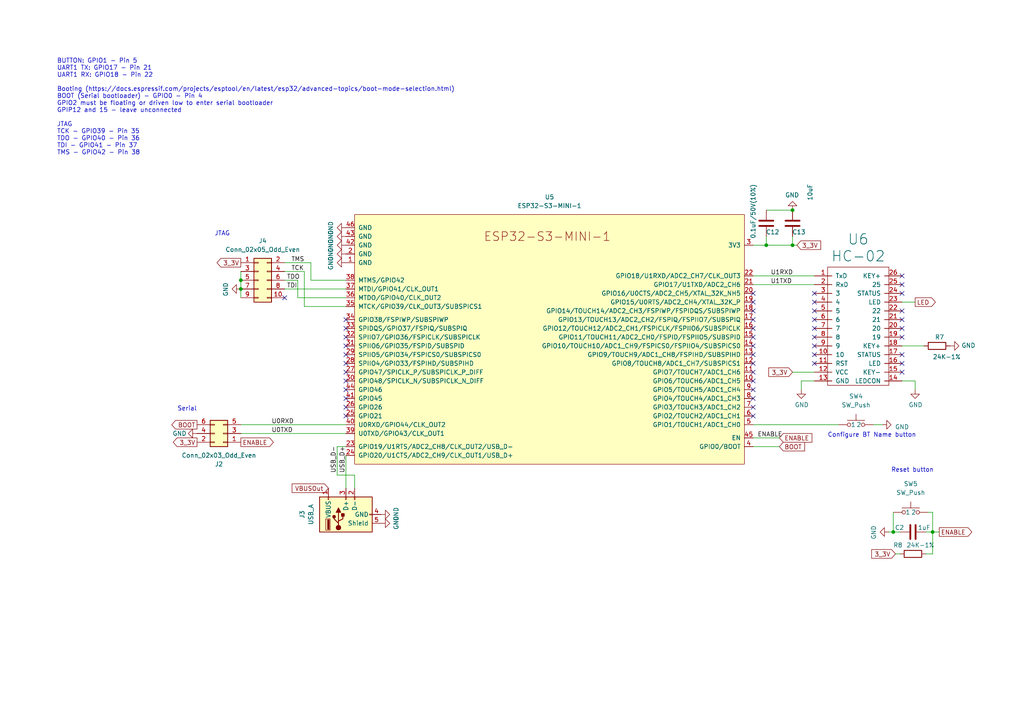
<source format=kicad_sch>
(kicad_sch (version 20211123) (generator eeschema)
  (paper "A4")
  (lib_symbols
    (symbol "Connector:USB_A" (pin_names (offset 1.016))
      (property "Reference" "J" (at -5.08 11.43 0))
      (property "Value" "USB_A" (at -5.08 8.89 0))
      (symbol "USB_A_0_1"
        (rectangle (start -5.08 -7.62) (end 5.08 7.62) (stroke (width 0.254)) (fill (type background)))
        (circle (center -3.81 2.159) (radius 0.635) (stroke (width 0.254)) (fill (type outline)))
        (rectangle (start -1.524 4.826) (end -4.318 5.334) (fill (type outline)))
        (rectangle (start -1.27 4.572) (end -4.572 5.842))
        (circle (center -0.635 3.429) (radius 0.381) (stroke (width 0.254)) (fill (type outline)))
        (rectangle (start -0.127 -7.62) (end 0.127 -6.858))
        (polyline (pts (xy -3.175 2.159) (xy -2.54 2.159) (xy -1.27 3.429) (xy -0.635 3.429)) (stroke (width 0.254)))
        (polyline (pts (xy -2.54 2.159) (xy -1.905 2.159) (xy -1.27 0.889) (xy 0 0.889)) (stroke (width 0.254)))
        (polyline (pts (xy 0.635 2.794) (xy 0.635 1.524) (xy 1.905 2.159) (xy 0.635 2.794)) (stroke (width 0.254)) (fill (type outline)))
        (rectangle (start 0.254 1.27) (end -0.508 0.508) (stroke (width 0.254)) (fill (type outline)))
        (rectangle (start 5.08 -2.667) (end 4.318 -2.413))
        (rectangle (start 5.08 -0.127) (end 4.318 0.127))
        (rectangle (start 5.08 4.953) (end 4.318 5.207))
      )
      (symbol "USB_A_1_1"
        (polyline (pts (xy -1.905 2.159) (xy 0.635 2.159)) (stroke (width 0.254)))
        (pin power_in line (at 7.62 5.08 180) (length 2.54) (name "VBUS") (number "1"))
        (pin bidirectional line (at 7.62 -2.54 180) (length 2.54) (name "D-") (number "2"))
        (pin bidirectional line (at 7.62 0 180) (length 2.54) (name "D+") (number "3"))
        (pin power_in line (at 0 -10.16 90) (length 2.54) (name "GND") (number "4"))
        (pin passive line (at -2.54 -10.16 90) (length 2.54) (name "Shield") (number "5"))
      )
    )
    (symbol "Connector_Generic:Conn_02x03_Odd_Even" (pin_names (offset 1.016) hide)
      (property "Reference" "J" (at 1.27 5.08 0))
      (property "Value" "Conn_02x03_Odd_Even" (at 1.27 -5.08 0))
      (symbol "Conn_02x03_Odd_Even_1_1"
        (rectangle (start -1.27 -2.413) (end 0 -2.667) (stroke (width 0.1524)))
        (rectangle (start -1.27 0.127) (end 0 -0.127) (stroke (width 0.1524)))
        (rectangle (start -1.27 2.667) (end 0 2.413) (stroke (width 0.1524)))
        (rectangle (start -1.27 3.81) (end 3.81 -3.81) (stroke (width 0.254)) (fill (type background)))
        (rectangle (start 3.81 -2.413) (end 2.54 -2.667) (stroke (width 0.1524)))
        (rectangle (start 3.81 0.127) (end 2.54 -0.127) (stroke (width 0.1524)))
        (rectangle (start 3.81 2.667) (end 2.54 2.413) (stroke (width 0.1524)))
        (pin passive line (at -5.08 2.54 0) (length 3.81) (name "Pin_1") (number "1"))
        (pin passive line (at 7.62 2.54 180) (length 3.81) (name "Pin_2") (number "2"))
        (pin passive line (at -5.08 0 0) (length 3.81) (name "Pin_3") (number "3"))
        (pin passive line (at 7.62 0 180) (length 3.81) (name "Pin_4") (number "4"))
        (pin passive line (at -5.08 -2.54 0) (length 3.81) (name "Pin_5") (number "5"))
        (pin passive line (at 7.62 -2.54 180) (length 3.81) (name "Pin_6") (number "6"))
      )
    )
    (symbol "Connector_Generic:Conn_02x05_Odd_Even" (pin_names (offset 1.016) hide)
      (property "Reference" "J" (at 1.27 7.62 0))
      (property "Value" "Conn_02x05_Odd_Even" (at 1.27 -7.62 0))
      (symbol "Conn_02x05_Odd_Even_1_1"
        (rectangle (start -1.27 -4.953) (end 0 -5.207) (stroke (width 0.1524)))
        (rectangle (start -1.27 -2.413) (end 0 -2.667) (stroke (width 0.1524)))
        (rectangle (start -1.27 0.127) (end 0 -0.127) (stroke (width 0.1524)))
        (rectangle (start -1.27 2.667) (end 0 2.413) (stroke (width 0.1524)))
        (rectangle (start -1.27 5.207) (end 0 4.953) (stroke (width 0.1524)))
        (rectangle (start -1.27 6.35) (end 3.81 -6.35) (stroke (width 0.254)) (fill (type background)))
        (rectangle (start 3.81 -4.953) (end 2.54 -5.207) (stroke (width 0.1524)))
        (rectangle (start 3.81 -2.413) (end 2.54 -2.667) (stroke (width 0.1524)))
        (rectangle (start 3.81 0.127) (end 2.54 -0.127) (stroke (width 0.1524)))
        (rectangle (start 3.81 2.667) (end 2.54 2.413) (stroke (width 0.1524)))
        (rectangle (start 3.81 5.207) (end 2.54 4.953) (stroke (width 0.1524)))
        (pin passive line (at -5.08 5.08 0) (length 3.81) (name "Pin_1") (number "1"))
        (pin passive line (at 7.62 -5.08 180) (length 3.81) (name "Pin_10") (number "10"))
        (pin passive line (at 7.62 5.08 180) (length 3.81) (name "Pin_2") (number "2"))
        (pin passive line (at -5.08 2.54 0) (length 3.81) (name "Pin_3") (number "3"))
        (pin passive line (at 7.62 2.54 180) (length 3.81) (name "Pin_4") (number "4"))
        (pin passive line (at -5.08 0 0) (length 3.81) (name "Pin_5") (number "5"))
        (pin passive line (at 7.62 0 180) (length 3.81) (name "Pin_6") (number "6"))
        (pin passive line (at -5.08 -2.54 0) (length 3.81) (name "Pin_7") (number "7"))
        (pin passive line (at 7.62 -2.54 180) (length 3.81) (name "Pin_8") (number "8"))
        (pin passive line (at -5.08 -5.08 0) (length 3.81) (name "Pin_9") (number "9"))
      )
    )
    (symbol "Device:C" (pin_numbers hide) (pin_names (offset 0.254))
      (property "Reference" "C" (at 0.635 2.54 0))
      (property "Value" "C" (at 0.635 -2.54 0))
      (symbol "C_0_1"
        (polyline (pts (xy -2.032 -0.762) (xy 2.032 -0.762)) (stroke (width 0.508)))
        (polyline (pts (xy -2.032 0.762) (xy 2.032 0.762)) (stroke (width 0.508)))
      )
      (symbol "C_1_1"
        (pin passive line (at 0 3.81 270) (length 2.794) (name "~") (number "1"))
        (pin passive line (at 0 -3.81 90) (length 2.794) (name "~") (number "2"))
      )
    )
    (symbol "Device:R" (pin_numbers hide) (pin_names (offset 0))
      (property "Reference" "R" (at 2.032 0 90))
      (property "Value" "R" (at 0 0 90))
      (symbol "R_0_1"
        (rectangle (start -1.016 -2.54) (end 1.016 2.54) (stroke (width 0.254)))
      )
      (symbol "R_1_1"
        (pin passive line (at 0 3.81 270) (length 1.27) (name "~") (number "1"))
        (pin passive line (at 0 -3.81 90) (length 1.27) (name "~") (number "2"))
      )
    )
    (symbol "Espressif:ESP32-S3-MINI-1" (pin_names (offset 1.016))
      (property "Reference" "U" (at 0 35.56 0))
      (property "Value" "ESP32-S3-MINI-1" (at 0 -39.37 0))
      (symbol "ESP32-S3-MINI-1_0_0"
        (rectangle (start -57.15 34.29) (end 55.88 -38.1) (fill (type background)))
        (text "ESP32-S3-MINI-1" (at 0 -31.75 0) (effects (font (size 2.54 2.54))))
        (pin power_in line (at 58.42 -24.13 180) (length 2.54) (name "GND") (number "1"))
        (pin bidirectional line (at -59.69 10.16 0) (length 2.54) (name "GPIO6/TOUCH6/ADC1_CH5") (number "10"))
        (pin bidirectional line (at -59.69 7.62 0) (length 2.54) (name "GPIO7/TOUCH7/ADC1_CH6") (number "11"))
        (pin bidirectional line (at -59.69 5.08 0) (length 2.54) (name "GPIO8/TOUCH8/ADC1_CH7/SUBSPICS1") (number "12"))
        (pin bidirectional line (at -59.69 2.54 0) (length 2.54) (name "GPIO9/TOUCH9/ADC1_CH8/FSPIHD/SUBSPIHD") (number "13"))
        (pin bidirectional line (at -59.69 0 0) (length 2.54) (name "GPIO10/TOUCH10/ADC1_CH9/FSPICS0/FSPIIO4/SUBSPICS0") (number "14"))
        (pin bidirectional line (at -59.69 -2.54 0) (length 2.54) (name "GPIO11/TOUCH11/ADC2_CH0/FSPID/FSPIIO5/SUBSPID") (number "15"))
        (pin bidirectional line (at -59.69 -5.08 0) (length 2.54) (name "GPIO12/TOUCH12/ADC2_CH1/FSPICLK/FSPIIO6/SUBSPICLK") (number "16"))
        (pin bidirectional line (at -59.69 -7.62 0) (length 2.54) (name "GPIO13/TOUCH13/ADC2_CH2/FSPIQ/FSPIIO7/SUBSPIQ") (number "17"))
        (pin bidirectional line (at -59.69 -10.16 0) (length 2.54) (name "GPIO14/TOUCH14/ADC2_CH3/FSPIWP/FSPIDQS/SUBSPIWP") (number "18"))
        (pin bidirectional line (at -59.69 -12.7 0) (length 2.54) (name "GPIO15/U0RTS/ADC2_CH4/XTAL_32K_P") (number "19"))
        (pin power_in line (at 58.42 -26.67 180) (length 2.54) (name "GND") (number "2"))
        (pin bidirectional line (at -59.69 -15.24 0) (length 2.54) (name "GPIO16/U0CTS/ADC2_CH5/XTAL_32K_NH5") (number "20"))
        (pin bidirectional line (at -59.69 -17.78 0) (length 2.54) (name "GPIO17/U1TXD/ADC2_CH6") (number "21"))
        (pin bidirectional line (at -59.69 -20.32 0) (length 2.54) (name "GPIO18/U1RXD/ADC2_CH7/CLK_OUT3") (number "22"))
        (pin bidirectional line (at 58.42 29.21 180) (length 2.54) (name "GPIO19/U1RTS/ADC2_CH8/CLK_OUT2/USB_D-") (number "23"))
        (pin bidirectional line (at 58.42 31.75 180) (length 2.54) (name "GPIO20/U1CTS/ADC2_CH9/CLK_OUT1/USB_D+") (number "24"))
        (pin bidirectional line (at 58.42 20.32 180) (length 2.54) (name "GPIO21") (number "25"))
        (pin bidirectional line (at 58.42 17.78 180) (length 2.54) (name "GPIO26") (number "26"))
        (pin bidirectional line (at 58.42 7.62 180) (length 2.54) (name "GPIO47/SPICLK_P/SUBSPICLK_P_DIFF") (number "27"))
        (pin bidirectional line (at 58.42 5.08 180) (length 2.54) (name "SPIIO4/GPIO33/FSPIHD/SUBSPIHD") (number "28"))
        (pin bidirectional line (at 58.42 2.54 180) (length 2.54) (name "SPIIO5/GPIO34/FSPICS0/SUBSPICS0") (number "29"))
        (pin power_in line (at -59.69 -29.21 0) (length 2.54) (name "3V3") (number "3"))
        (pin bidirectional line (at 58.42 10.16 180) (length 2.54) (name "GPIO48/SPICLK_N/SUBSPICLK_N_DIFF") (number "30"))
        (pin bidirectional line (at 58.42 0 180) (length 2.54) (name "SPIIO6/GPIO35/FSPID/SUBSPID") (number "31"))
        (pin bidirectional line (at 58.42 -2.54 180) (length 2.54) (name "SPIIO7/GPIO36/FSPICLK/SUBSPICLK") (number "32"))
        (pin bidirectional line (at 58.42 -5.08 180) (length 2.54) (name "SPIDQS/GPIO37/FSPIQ/SUBSPIQ") (number "33"))
        (pin bidirectional line (at 58.42 -7.62 180) (length 2.54) (name "GPIO38/FSPIWP/SUBSPIWP") (number "34"))
        (pin bidirectional line (at 58.42 -11.43 180) (length 2.54) (name "MTCK/GPIO39/CLK_OUT3/SUBSPICS1") (number "35"))
        (pin bidirectional line (at 58.42 -13.97 180) (length 2.54) (name "MTDO/GPIO40/CLK_OUT2") (number "36"))
        (pin bidirectional line (at 58.42 -16.51 180) (length 2.54) (name "MTDI/GPIO41/CLK_OUT1") (number "37"))
        (pin bidirectional line (at 58.42 -19.05 180) (length 2.54) (name "MTMS/GPIO42") (number "38"))
        (pin bidirectional line (at 58.42 25.4 180) (length 2.54) (name "U0TXD/GPIO43/CLK_OUT1") (number "39"))
        (pin bidirectional line (at -59.69 29.21 0) (length 2.54) (name "GPIO0/BOOT") (number "4"))
        (pin bidirectional line (at 58.42 22.86 180) (length 2.54) (name "U0RXD/GPIO44/CLK_OUT2") (number "40"))
        (pin bidirectional line (at 58.42 15.24 180) (length 2.54) (name "GPIO45") (number "41"))
        (pin power_in line (at 58.42 -29.21 180) (length 2.54) (name "GND") (number "42"))
        (pin power_in line (at 58.42 -31.75 180) (length 2.54) (name "GND") (number "43"))
        (pin bidirectional line (at 58.42 12.7 180) (length 2.54) (name "GPIO46") (number "44"))
        (pin input line (at -59.69 26.67 0) (length 2.54) (name "EN") (number "45"))
        (pin power_in line (at 58.42 -34.29 180) (length 2.54) (name "GND") (number "46"))
        (pin bidirectional line (at -59.69 22.86 0) (length 2.54) (name "GPIO1/TOUCH1/ADC1_CH0") (number "5"))
        (pin bidirectional line (at -59.69 20.32 0) (length 2.54) (name "GPIO2/TOUCH2/ADC1_CH1") (number "6"))
        (pin bidirectional line (at -59.69 17.78 0) (length 2.54) (name "GPIO3/TOUCH3/ADC1_CH2") (number "7"))
        (pin bidirectional line (at -59.69 15.24 0) (length 2.54) (name "GPIO4/TOUCH4/ADC1_CH3") (number "8"))
        (pin bidirectional line (at -59.69 12.7 0) (length 2.54) (name "GPIO5/TOUCH5/ADC1_CH4") (number "9"))
      )
    )
    (symbol "Switch:SW_Push" (pin_numbers hide) (pin_names (offset 1.016))
      (property "Reference" "SW" (at 1.27 2.54 0))
      (property "Value" "SW_Push" (at 0 -1.524 0))
      (symbol "SW_Push_0_1"
        (circle (center -2.032 0) (radius 0.508))
        (polyline (pts (xy 0 1.27) (xy 0 3.048)))
        (polyline (pts (xy 2.54 1.27) (xy -2.54 1.27)))
        (circle (center 2.032 0) (radius 0.508))
        (pin passive line (at -5.08 0 0) (length 2.54) (name "1") (number "1"))
        (pin passive line (at 5.08 0 180) (length 2.54) (name "2") (number "2"))
      )
    )
    (symbol "WiRoc:HC-02" (pin_names (offset 1.016))
      (property "Reference" "U" (at -20.32 20.32 0))
      (property "Value" "HC-02" (at -15.24 24.13 0))
      (symbol "HC-02_0_1"
        (rectangle (start -8.89 17.78) (end 8.89 -16.51))
      )
      (symbol "HC-02_1_1"
        (pin output line (at -12.7 15.24 0) (length 5.08) (name "TxD") (number "1"))
        (pin input line (at -12.7 -7.62 0) (length 5.08) (name "10") (number "10"))
        (pin input line (at -12.7 -10.16 0) (length 5.08) (name "RST") (number "11"))
        (pin input line (at -12.7 -12.7 0) (length 5.08) (name "VCC") (number "12"))
        (pin input line (at -12.7 -15.24 0) (length 5.08) (name "GND") (number "13"))
        (pin input line (at 12.7 -15.24 180) (length 5.08) (name "LEDCON") (number "14"))
        (pin input line (at 12.7 -12.7 180) (length 5.08) (name "KEY-") (number "15"))
        (pin input line (at 12.7 -10.16 180) (length 5.08) (name "LED") (number "16"))
        (pin input line (at 12.7 -7.62 180) (length 5.08) (name "STATUS") (number "17"))
        (pin input line (at 12.7 -5.08 180) (length 5.08) (name "KEY+") (number "18"))
        (pin input line (at 12.7 -2.54 180) (length 5.08) (name "19") (number "19"))
        (pin input line (at -12.7 12.7 0) (length 5.08) (name "RxD") (number "2"))
        (pin input line (at 12.7 0 180) (length 5.08) (name "20") (number "20"))
        (pin input line (at 12.7 2.54 180) (length 5.08) (name "21") (number "21"))
        (pin input line (at 12.7 5.08 180) (length 5.08) (name "22") (number "22"))
        (pin input line (at 12.7 7.62 180) (length 5.08) (name "LED") (number "23"))
        (pin input line (at 12.7 10.16 180) (length 5.08) (name "STATUS") (number "24"))
        (pin input line (at 12.7 12.7 180) (length 5.08) (name "25") (number "25"))
        (pin input line (at 12.7 15.24 180) (length 5.08) (name "KEY+") (number "26"))
        (pin input line (at -12.7 10.16 0) (length 5.08) (name "3") (number "3"))
        (pin input line (at -12.7 7.62 0) (length 5.08) (name "4") (number "4"))
        (pin input line (at -12.7 5.08 0) (length 5.08) (name "5") (number "5"))
        (pin input line (at -12.7 2.54 0) (length 5.08) (name "6") (number "6"))
        (pin input line (at -12.7 0 0) (length 5.08) (name "7") (number "7"))
        (pin input line (at -12.7 -2.54 0) (length 5.08) (name "8") (number "8"))
        (pin input line (at -12.7 -5.08 0) (length 5.08) (name "9") (number "9"))
      )
    )
    (symbol "power:GND" (power) (pin_names (offset 0))
      (property "Value" "GND" (at 0 -3.81 0))
      (symbol "GND_0_1"
        (polyline (pts (xy 0 0) (xy 0 -1.27) (xy 1.27 -1.27) (xy 0 -2.54) (xy -1.27 -1.27) (xy 0 -1.27)))
      )
      (symbol "GND_1_1"
        (pin power_in line (at 0 0 270) (length 0) hide (name "GND") (number "1"))
      )
    )
  )
  (junction (at 229.87 71.12))
  (junction (at 270.51 154.305))
  (junction (at 222.25 71.12))
  (junction (at 69.85 81.28))
  (junction (at 259.08 154.305))
  (junction (at 69.85 83.82))
  (junction (at 229.87 60.96))
  (no_connect (at 261.62 80.01))
  (no_connect (at 261.62 82.55))
  (no_connect (at 236.22 85.09))
  (no_connect (at 236.22 95.25))
  (no_connect (at 218.44 85.09))
  (no_connect (at 218.44 87.63))
  (no_connect (at 218.44 102.87))
  (no_connect (at 218.44 105.41))
  (no_connect (at 218.44 90.17))
  (no_connect (at 218.44 92.71))
  (no_connect (at 218.44 100.33))
  (no_connect (at 218.44 97.79))
  (no_connect (at 218.44 95.25))
  (no_connect (at 236.22 102.87))
  (no_connect (at 261.62 95.25))
  (no_connect (at 100.33 120.65))
  (no_connect (at 100.33 118.11))
  (no_connect (at 218.44 107.95))
  (no_connect (at 218.44 120.65))
  (no_connect (at 218.44 110.49))
  (no_connect (at 218.44 118.11))
  (no_connect (at 218.44 115.57))
  (no_connect (at 218.44 113.03))
  (no_connect (at 100.33 95.25))
  (no_connect (at 100.33 92.71))
  (no_connect (at 100.33 100.33))
  (no_connect (at 100.33 97.79))
  (no_connect (at 261.62 97.79))
  (no_connect (at 82.55 86.36))
  (no_connect (at 236.22 100.33))
  (no_connect (at 261.62 92.71))
  (no_connect (at 261.62 85.09))
  (no_connect (at 236.22 87.63))
  (no_connect (at 261.62 105.41))
  (no_connect (at 236.22 97.79))
  (no_connect (at 261.62 107.95))
  (no_connect (at 236.22 90.17))
  (no_connect (at 236.22 105.41))
  (no_connect (at 100.33 110.49))
  (no_connect (at 100.33 102.87))
  (no_connect (at 100.33 105.41))
  (no_connect (at 100.33 107.95))
  (no_connect (at 236.22 92.71))
  (no_connect (at 100.33 113.03))
  (no_connect (at 100.33 115.57))
  (no_connect (at 261.62 90.17))
  (no_connect (at 261.62 102.87))
  (wire (pts (xy 253.365 123.19) (xy 255.905 123.19)))
  (wire (pts (xy 259.715 160.655) (xy 260.985 160.655)))
  (wire (pts (xy 269.24 148.59) (xy 270.51 148.59)))
  (wire (pts (xy 86.36 81.28) (xy 82.55 81.28)))
  (wire (pts (xy 268.605 160.655) (xy 270.51 160.655)))
  (wire (pts (xy 261.62 100.33) (xy 267.97 100.33)))
  (wire (pts (xy 270.51 148.59) (xy 270.51 154.305)))
  (wire (pts (xy 265.43 110.49) (xy 265.43 113.03)))
  (wire (pts (xy 229.87 60.96) (xy 222.25 60.96)))
  (wire (pts (xy 222.25 71.12) (xy 218.44 71.12)))
  (wire (pts (xy 231.14 71.12) (xy 229.87 71.12)))
  (wire (pts (xy 82.55 83.82) (xy 100.33 83.82)))
  (wire (pts (xy 232.41 110.49) (xy 232.41 113.03)))
  (wire (pts (xy 90.17 81.28) (xy 100.33 81.28)))
  (wire (pts (xy 229.87 71.12) (xy 222.25 71.12)))
  (wire (pts (xy 100.33 141.605) (xy 100.33 132.08)))
  (wire (pts (xy 86.36 86.36) (xy 86.36 81.28)))
  (wire (pts (xy 218.44 129.54) (xy 226.06 129.54)))
  (wire (pts (xy 90.17 76.2) (xy 90.17 81.28)))
  (wire (pts (xy 102.87 137.795) (xy 97.79 137.795)))
  (wire (pts (xy 218.44 82.55) (xy 236.22 82.55)))
  (wire (pts (xy 261.62 110.49) (xy 265.43 110.49)))
  (wire (pts (xy 229.87 71.12) (xy 229.87 68.58)))
  (wire (pts (xy 100.33 86.36) (xy 86.36 86.36)))
  (wire (pts (xy 97.79 129.54) (xy 97.79 137.795)))
  (wire (pts (xy 229.87 107.95) (xy 236.22 107.95)))
  (wire (pts (xy 88.265 88.9) (xy 100.33 88.9)))
  (wire (pts (xy 270.51 154.305) (xy 270.51 160.655)))
  (wire (pts (xy 236.22 110.49) (xy 232.41 110.49)))
  (wire (pts (xy 69.85 78.74) (xy 69.85 81.28)))
  (wire (pts (xy 102.87 141.605) (xy 102.87 137.795)))
  (wire (pts (xy 268.605 154.305) (xy 270.51 154.305)))
  (wire (pts (xy 218.44 127) (xy 226.06 127)))
  (wire (pts (xy 69.85 81.28) (xy 69.85 83.82)))
  (wire (pts (xy 82.55 76.2) (xy 90.17 76.2)))
  (wire (pts (xy 88.265 88.9) (xy 88.265 78.74)))
  (wire (pts (xy 257.81 154.305) (xy 259.08 154.305)))
  (wire (pts (xy 69.85 123.19) (xy 100.33 123.19)))
  (wire (pts (xy 82.55 78.74) (xy 88.265 78.74)))
  (wire (pts (xy 222.25 71.12) (xy 222.25 68.58)))
  (wire (pts (xy 259.08 148.59) (xy 259.08 154.305)))
  (wire (pts (xy 69.85 83.82) (xy 69.85 86.36)))
  (wire (pts (xy 261.62 87.63) (xy 265.43 87.63)))
  (wire (pts (xy 218.44 80.01) (xy 236.22 80.01)))
  (wire (pts (xy 100.33 129.54) (xy 97.79 129.54)))
  (wire (pts (xy 218.44 123.19) (xy 243.205 123.19)))
  (wire (pts (xy 259.08 154.305) (xy 260.985 154.305)))
  (wire (pts (xy 270.51 154.305) (xy 272.415 154.305)))
  (wire (pts (xy 100.33 125.73) (xy 69.85 125.73)))
  (text "Reset button" (at 258.445 137.16 0) (effects (font (size 1.27 1.27)) (justify left bottom)))
  (text "JTAG" (at 62.23 68.58 0) (effects (font (size 1.27 1.27)) (justify left bottom)))
  (text "BUTTON: GPIO1 - Pin 5\nUART1 TX: GPIO17 - Pin 21\nUART1 RX: GPIO18 - Pin 22\n\nBooting (https://docs.espressif.com/projects/esptool/en/latest/esp32/advanced-topics/boot-mode-selection.html)\nBOOT (Serial bootloader) - GPIO0 - Pin 4\nGPIO2 must be floating or driven low to enter serial bootloader\nGPIP12 and 15 - leave unconnected\n\nJTAG\nTCK - GPIO39 - Pin 35\nTDO - GPIO40 - Pin 36\nTDI - GPIO41 - Pin 37\nTMS - GPIO42 - Pin 38" (at 16.51 45.085 0) (effects (font (size 1.27 1.27)) (justify left bottom)))
  (text "Serial" (at 51.435 119.38 0) (effects (font (size 1.27 1.27)) (justify left bottom)))
  (text "Configure BT Name button" (at 240.03 127 0) (effects (font (size 1.27 1.27)) (justify left bottom)))
  (label "TMS" (at 84.455 76.2 0))
  (label "U0RXD" (at 78.74 123.19 0))
  (label "U1RXD" (at 223.52 80.01 0))
  (label "ENABLE" (at 219.71 127 0))
  (label "U1TXD" (at 223.52 82.55 0))
  (label "U0TXD" (at 78.74 125.73 0))
  (label "TDI" (at 83.185 83.82 0))
  (label "TCK" (at 84.455 78.74 0))
  (label "USB_D-" (at 97.79 137.16 90))
  (label "USB_D+" (at 100.33 137.16 90))
  (label "TDO" (at 83.185 81.28 0))
  (global_label "BOOT" (shape output) (at 57.15 123.19 180) (property "Intersheet References" "${INTERSHEET_REFS}" (effects hide)))
  (global_label "3_3V" (shape output) (at 69.85 76.2 180) (property "Intersheet References" "${INTERSHEET_REFS}" (effects hide)))
  (global_label "3_3V" (shape input) (at 229.87 107.95 180) (property "Intersheet References" "${INTERSHEET_REFS}" (effects hide)))
  (global_label "LED" (shape output) (at 265.43 87.63 0) (property "Intersheet References" "${INTERSHEET_REFS}" (effects hide)))
  (global_label "3_3V" (shape input) (at 259.715 160.655 180) (property "Intersheet References" "${INTERSHEET_REFS}" (effects hide)))
  (global_label "3_3V" (shape output) (at 57.15 128.27 180) (property "Intersheet References" "${INTERSHEET_REFS}" (effects hide)))
  (global_label "VBUSOut" (shape input) (at 95.25 141.605 180) (property "Intersheet References" "${INTERSHEET_REFS}" (effects hide)))
  (global_label "3_3V" (shape input) (at 231.14 71.12 0) (property "Intersheet References" "${INTERSHEET_REFS}" (effects hide)))
  (global_label "ENABLE" (shape output) (at 69.85 128.27 0) (property "Intersheet References" "${INTERSHEET_REFS}" (effects hide)))
  (global_label "ENABLE" (shape input) (at 226.06 127 0) (property "Intersheet References" "${INTERSHEET_REFS}" (effects hide)))
  (global_label "BOOT" (shape input) (at 226.06 129.54 0) (property "Intersheet References" "${INTERSHEET_REFS}" (effects hide)))
  (global_label "ENABLE" (shape output) (at 272.415 154.305 0) (property "Intersheet References" "${INTERSHEET_REFS}" (effects hide)))
  (symbol (lib_id "power:GND") (at 57.15 125.73 270) (unit 1)
    (property "Reference" "#PWR01" (effects hide))
    (property "Value" "GND" (at 52.07 125.73 90))
  )
  (symbol (lib_id "Device:R") (at 264.795 160.655 270) (unit 1)
    (property "Reference" "R8" (at 259.08 158.115 90) (effects (justify left)))
    (property "Value" "24K-1%" (at 262.89 158.115 90) (effects (justify left)))
    (property "Footprint" "Capacitor_SMD:C_0603_1608Metric_Pad1.08x0.95mm_HandSolder" (effects hide))
    (property "Package" "0603" (effects hide))
    (property "ManufacturerPartNumber" "0603WAF2402T5E" (effects hide))
    (property "IncludeInBOM" "TRUE" (effects hide))
    (property "Manufacturer" "Uniroyal Elec" (effects hide))
    (property "ThroughHole" "FALSE" (effects hide))
    (property "WebsiteURL" "https://lcsc.com/product-detail/Chip-Resistor-Surface-Mount-UniOhm_Uniroyal-Elec-0603WAF2402T5E_C23352.html" (effects hide))
    (property "Have" "X" (effects hide))
    (property "LCSC Part #" "C23352" (effects hide))
  )
  (symbol (lib_id "Connector:USB_A") (at 100.33 149.225 90) (unit 1)
    (property "Reference" "J3" (at 87.63 149.225 0))
    (property "Value" "USB_A" (at 90.17 149.225 0))
    (property "Footprint" "Connector_USB:USB_A_CONNFLY_DS1095-WNR0" (effects hide))
    (property "IncludeInBOM" "TRUE" (effects hide))
    (property "ThroughHole" "TRUE" (effects hide))
    (property "Have" "X" (effects hide))
  )
  (symbol (lib_id "power:GND") (at 100.33 66.04 270) (unit 1)
    (property "Reference" "#PWR0117" (effects hide))
    (property "Value" "GND" (at 95.9358 66.167 0))
  )
  (symbol (lib_id "power:GND") (at 100.33 76.2 270) (unit 1)
    (property "Reference" "#PWR0118" (effects hide))
    (property "Value" "GND" (at 95.9358 76.327 0))
  )
  (symbol (lib_id "power:GND") (at 265.43 113.03 0) (unit 1)
    (property "Reference" "#PWR0106" (effects hide))
    (property "Value" "GND" (at 265.557 117.4242 0))
  )
  (symbol (lib_id "power:GND") (at 229.87 60.96 180) (unit 1)
    (property "Reference" "#PWR0119" (effects hide))
    (property "Value" "GND" (at 229.743 56.5658 0))
  )
  (symbol (lib_id "Device:C") (at 222.25 64.77 180) (unit 1)
    (property "Reference" "C12" (at 226.06 67.31 0) (effects (justify left)))
    (property "Value" "0.1uF/50V(10%)" (at 218.44 53.34 90) (effects (justify left)))
    (property "Footprint" "Capacitor_SMD:C_0805_2012Metric_Pad1.18x1.45mm_HandSolder" (effects hide))
    (property "IncludeInBOM" "TRUE" (effects hide))
    (property "ThroughHole" "FALSE" (effects hide))
    (property "Manufacturer" "YAGEO" (effects hide))
    (property "ManufacturerPartNumber" "CC0805KRX7R9BB104" (effects hide))
    (property "Package" "0805" (effects hide))
    (property "Have" "X" (effects hide))
    (property "LCSC Part #" "C49678" (effects hide))
  )
  (symbol (lib_id "Device:R") (at 271.78 100.33 270) (unit 1)
    (property "Reference" "R7" (at 271.145 97.79 90) (effects (justify left)))
    (property "Value" "24K-1%" (at 270.51 103.505 90) (effects (justify left)))
    (property "Footprint" "Capacitor_SMD:C_0603_1608Metric_Pad1.08x0.95mm_HandSolder" (effects hide))
    (property "Package" "0603" (effects hide))
    (property "ManufacturerPartNumber" "0603WAF2402T5E" (effects hide))
    (property "IncludeInBOM" "TRUE" (effects hide))
    (property "Manufacturer" "Uniroyal Elec" (effects hide))
    (property "ThroughHole" "FALSE" (effects hide))
    (property "WebsiteURL" "https://lcsc.com/product-detail/Chip-Resistor-Surface-Mount-UniOhm_Uniroyal-Elec-0603WAF2402T5E_C23352.html" (effects hide))
    (property "Have" "X" (effects hide))
    (property "LCSC Part #" "C23352" (effects hide))
  )
  (symbol (lib_id "WiRoc:HC-02") (at 248.92 95.25 0) (unit 1)
    (property "Reference" "U6" (at 248.92 69.3928 0) (effects (font (size 2.9972 2.9972))))
    (property "Value" "HC-02" (at 248.92 74.295 0) (effects (font (size 2.9972 2.9972))))
    (property "Footprint" "WiRoc:HC-02" (effects hide))
    (property "IncludeInBOM" "TRUE" (effects hide))
    (property "ThroughHole" "FALSE" (effects hide))
    (property "Have" "X" (effects hide))
  )
  (symbol (lib_id "power:GND") (at 275.59 100.33 90) (unit 1)
    (property "Reference" "#PWR0105" (effects hide))
    (property "Value" "GND" (at 278.8412 100.203 90) (effects (justify right)))
  )
  (symbol (lib_id "Connector_Generic:Conn_02x05_Odd_Even") (at 74.93 81.28 0) (unit 1)
    (property "Reference" "J4" (at 76.2 69.85 0))
    (property "Value" "Conn_02x05_Odd_Even" (at 76.2 72.39 0))
    (property "Footprint" "WiRoc:IDC-Header_2x05_P1.27mm_Vertical_SMD" (effects hide))
    (property "IncludeInBOM" "TRUE" (effects hide))
    (property "ThroughHole" "FALSE" (effects hide))
  )
  (symbol (lib_id "power:GND") (at 100.33 68.58 270) (unit 1)
    (property "Reference" "#PWR0116" (effects hide))
    (property "Value" "GND" (at 95.9358 68.707 0))
  )
  (symbol (lib_id "power:GND") (at 255.905 123.19 90) (unit 1)
    (property "Reference" "#PWR04" (effects hide))
    (property "Value" "GND" (at 261.62 123.825 90))
  )
  (symbol (lib_id "power:GND") (at 69.85 83.82 270) (unit 1)
    (property "Reference" "#PWR03" (effects hide))
    (property "Value" "GND" (at 65.4558 83.947 0))
  )
  (symbol (lib_id "power:GND") (at 257.81 154.305 270) (unit 1)
    (property "Reference" "#PWR05" (effects hide))
    (property "Value" "GND" (at 253.4158 154.432 0))
  )
  (symbol (lib_id "Espressif:ESP32-S3-MINI-1") (at 158.75 100.33 180) (unit 1)
    (property "Reference" "U5" (at 159.385 57.15 0))
    (property "Value" "ESP32-S3-MINI-1" (at 159.385 59.69 0))
    (property "Footprint" "Espressif:ESP32-S3-MINI-1" (effects hide))
    (property "Datasheet" "https://www.espressif.com/sites/default/files/documentation/esp32-s3-mini-1_mini-1u_datasheet_en.pdf" (effects hide))
    (property "IncludeInBOM" "TRUE" (effects hide))
    (property "ThroughHole" "FALSE" (effects hide))
    (property "Have" "X" (effects hide))
  )
  (symbol (lib_id "Switch:SW_Push") (at 264.16 148.59 0) (unit 1)
    (property "Reference" "SW5" (at 264.16 140.335 0))
    (property "Value" "SW_Push" (at 264.16 142.875 0))
    (property "Footprint" "Button_Switch_SMD:SW_SPST_TL3342" (effects hide))
    (property "Datasheet" "https://datasheet.lcsc.com/lcsc/2002271431_XKB-Connectivity-TS-1187A-B-A-B_C318884.pdf" (effects hide))
    (property "Description" "Push button smd" (effects hide))
    (property "IncludeInBOM" "TRUE" (effects hide))
    (property "ManufacturerPartNumber" "TS-1187A-B-A-B" (effects hide))
    (property "Package" "width 5.1" (effects hide))
    (property "ThroughHole" "FALSE" (effects hide))
    (property "WebsiteURL" "https://www.lcsc.com/product-detail/Tactile-Switches_XKB-Connectivity-TS-1187A-B-A-B_C318884.html" (effects hide))
    (property "LCSC Part #" "C318884" (effects hide))
  )
  (symbol (lib_id "power:GND") (at 232.41 113.03 0) (unit 1)
    (property "Reference" "#PWR0104" (effects hide))
    (property "Value" "GND" (at 232.537 117.4242 0))
  )
  (symbol (lib_id "power:GND") (at 110.49 149.225 90) (unit 1)
    (property "Reference" "#PWR0113" (effects hide))
    (property "Value" "GND" (at 114.8842 149.098 0))
  )
  (symbol (lib_id "power:GND") (at 100.33 73.66 270) (unit 1)
    (property "Reference" "#PWR0115" (effects hide))
    (property "Value" "GND" (at 95.9358 73.787 0))
  )
  (symbol (lib_id "Device:C") (at 229.87 64.77 180) (unit 1)
    (property "Reference" "C13" (at 233.68 67.31 0) (effects (justify left)))
    (property "Value" "10uF" (at 234.95 53.34 90) (effects (justify left)))
    (property "Footprint" "Capacitor_SMD:C_0603_1608Metric_Pad1.08x0.95mm_HandSolder" (effects hide))
    (property "IncludeInBOM" "TRUE" (effects hide))
    (property "ThroughHole" "FALSE" (effects hide))
    (property "Manufacturer" "Samsung Electro-Mechanics" (effects hide))
    (property "ManufacturerPartNumber" "CL10A106KP8NNNC" (effects hide))
    (property "Package" "0603" (effects hide))
    (property "WebsiteURL" "https://lcsc.com/product-detail/Multilayer-Ceramic-Capacitors-MLCC-SMD-SMT_SAMSUNG_CL10A106KP8NNNC_10uF-106-10-10V_C19702.html" (effects hide))
    (property "Have" "X" (effects hide))
    (property "LCSC Part #" "C19702" (effects hide))
  )
  (symbol (lib_id "Connector_Generic:Conn_02x03_Odd_Even") (at 64.77 125.73 180) (unit 1)
    (property "Reference" "J2" (at 63.5 134.62 0))
    (property "Value" "Conn_02x03_Odd_Even" (at 63.5 132.08 0))
    (property "Footprint" "WiRoc:IDC-Header_2x03_P1.27mm_Vertical_SMD" (effects hide))
    (property "IncludeInBOM" "TRUE" (effects hide))
    (property "ThroughHole" "FALSE" (effects hide))
  )
  (symbol (lib_id "Device:C") (at 264.795 154.305 90) (unit 1)
    (property "Reference" "C2" (at 262.255 153.035 90) (effects (justify left)))
    (property "Value" "1uF" (at 269.875 153.035 90) (effects (justify left)))
    (property "Footprint" "Capacitor_SMD:C_0603_1608Metric_Pad1.08x0.95mm_HandSolder" (effects hide))
    (property "Datasheet" "https://datasheet.lcsc.com/lcsc/1810261812_Samsung-Electro-Mechanics-CL10A105KB8NNNC_C15849.pdf" (effects hide))
    (property "IncludeInBOM" "TRUE" (effects hide))
    (property "ManufacturerPartNumber" "CL10A105KB8NNNC" (effects hide))
    (property "Package" "0603" (effects hide))
    (property "ThroughHole" "FALSE" (effects hide))
    (property "Have" "X" (effects hide))
    (property "LCSC Part #" "C15849" (effects hide))
  )
  (symbol (lib_id "power:GND") (at 100.33 71.12 270) (unit 1)
    (property "Reference" "#PWR0114" (effects hide))
    (property "Value" "GND" (at 95.9358 71.247 0))
  )
  (symbol (lib_id "Switch:SW_Push") (at 248.285 123.19 0) (unit 1)
    (property "Reference" "SW4" (at 248.285 114.935 0))
    (property "Value" "SW_Push" (at 248.285 117.475 0))
    (property "Footprint" "Button_Switch_SMD:SW_SPST_TL3342" (effects hide))
    (property "Datasheet" "https://datasheet.lcsc.com/lcsc/2002271431_XKB-Connectivity-TS-1187A-B-A-B_C318884.pdf" (effects hide))
    (property "Description" "Push button smd" (effects hide))
    (property "IncludeInBOM" "TRUE" (effects hide))
    (property "ManufacturerPartNumber" "TS-1187A-B-A-B" (effects hide))
    (property "Package" "width 5.1" (effects hide))
    (property "ThroughHole" "FALSE" (effects hide))
    (property "WebsiteURL" "https://www.lcsc.com/product-detail/Tactile-Switches_XKB-Connectivity-TS-1187A-B-A-B_C318884.html" (effects hide))
    (property "LCSC Part #" "C318884" (effects hide))
  )
  (symbol (lib_id "power:GND") (at 110.49 151.765 90) (unit 1)
    (property "Reference" "#PWR0112" (effects hide))
    (property "Value" "GND" (at 114.8842 151.638 0))
  )
)
</source>
